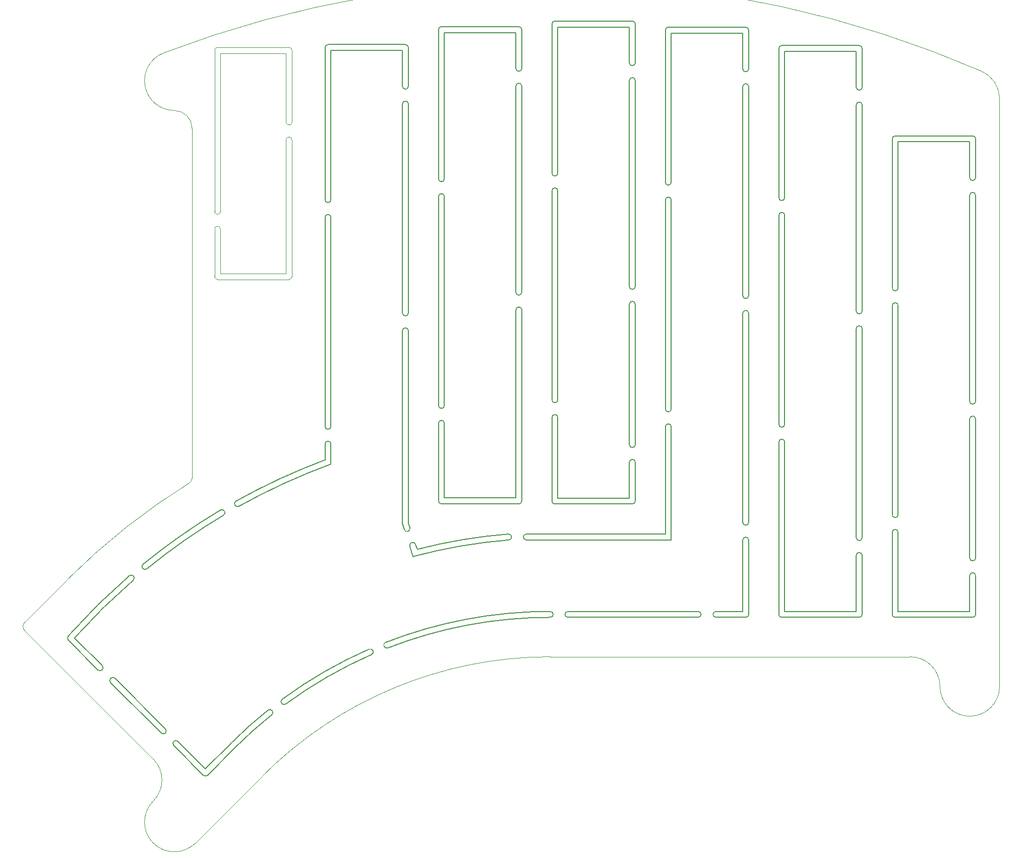
<source format=gm1>
%TF.GenerationSoftware,KiCad,Pcbnew,5.1.12-84ad8e8a86~92~ubuntu20.04.1*%
%TF.CreationDate,2021-11-15T00:08:18+01:00*%
%TF.ProjectId,LergoTopPlate_Rails_LessRouting,4c657267-6f54-46f7-9050-6c6174655f52,v1.A*%
%TF.SameCoordinates,Original*%
%TF.FileFunction,Profile,NP*%
%FSLAX46Y46*%
G04 Gerber Fmt 4.6, Leading zero omitted, Abs format (unit mm)*
G04 Created by KiCad (PCBNEW 5.1.12-84ad8e8a86~92~ubuntu20.04.1) date 2021-11-15 00:08:18*
%MOMM*%
%LPD*%
G01*
G04 APERTURE LIST*
%TA.AperFunction,Profile*%
%ADD10C,0.150000*%
%TD*%
%TA.AperFunction,Profile*%
%ADD11C,0.120000*%
%TD*%
%TA.AperFunction,Profile*%
%ADD12C,0.100000*%
%TD*%
G04 APERTURE END LIST*
D10*
X109488801Y-106456531D02*
G75*
G02*
X124950001Y-99363101I52271580J-93537069D01*
G01*
X124950000Y-96010000D02*
X124950000Y-99363100D01*
X94041185Y-116955419D02*
G75*
G02*
X106891345Y-107957640I67719196J-83038181D01*
G01*
X81869372Y-128588727D02*
X81914940Y-128629455D01*
X81869373Y-128588728D02*
G75*
G02*
X91743051Y-118883782I79891008J-71404872D01*
G01*
X80854279Y-128275902D02*
X80829076Y-128253561D01*
X80829075Y-128253561D02*
G75*
G02*
X91100263Y-118117736I80931306J-71740039D01*
G01*
X93398397Y-116189374D02*
G75*
G02*
X106391345Y-107091614I68361984J-83804226D01*
G01*
X108820353Y-147049587D02*
X108807132Y-147036365D01*
X108113246Y-146342480D02*
X108100165Y-146329398D01*
X134498758Y-130259392D02*
X134492778Y-130244096D01*
X134116008Y-129335327D02*
X134110096Y-129320216D01*
X138215592Y-113191062D02*
X138735517Y-114901706D01*
X138735517Y-114901706D02*
G75*
G02*
X154760001Y-112120001I23024864J-85091894D01*
G01*
X134116008Y-129335327D02*
G75*
G02*
X161760001Y-124120002I27644373J-70658273D01*
G01*
X108100165Y-146329398D02*
G75*
G02*
X114380579Y-140711058I53660216J-53664202D01*
G01*
X116760640Y-138884775D02*
G75*
G02*
X131338459Y-130468267I44999741J-61108825D01*
G01*
X117369401Y-139678128D02*
G75*
G02*
X131721141Y-131392147I44390980J-60315472D01*
G01*
X164760001Y-124120001D02*
X186600000Y-124120000D01*
X108807132Y-147036365D02*
G75*
G02*
X114989341Y-141504412I52953249J-52957235D01*
G01*
X137238888Y-110354506D02*
X136950000Y-109342358D01*
X136950000Y-76960000D02*
X136950000Y-109342358D01*
X139161112Y-112865494D02*
X139444588Y-113682956D01*
X137950000Y-76960000D02*
X137950000Y-109342358D01*
X136950000Y-73960000D02*
X136950000Y-38860000D01*
X137950000Y-38860000D02*
X137950000Y-73960000D01*
X124950000Y-54910000D02*
X124950000Y-35860000D01*
X124950000Y-93010000D02*
X124950000Y-57910000D01*
X123950000Y-96010000D02*
X123950000Y-98666504D01*
X123950000Y-57910000D02*
X123950000Y-93010000D01*
X123950000Y-35860000D02*
X123950000Y-54910000D01*
X182100000Y-93090000D02*
X182100000Y-112120000D01*
X157760000Y-112120000D02*
X182100000Y-112120000D01*
X194100000Y-112140000D02*
X194100000Y-124120000D01*
X189600000Y-124120000D02*
X194100000Y-124120000D01*
X189600000Y-125120000D02*
X194600000Y-125120000D01*
X182100000Y-51990000D02*
X182100000Y-32940000D01*
X182100000Y-90090000D02*
X182100000Y-54990000D01*
X181100000Y-93090000D02*
X181100000Y-111120000D01*
X181100000Y-54990000D02*
X181100000Y-90090000D01*
X181100000Y-32940000D02*
X181100000Y-51990000D01*
X194100000Y-71040000D02*
X194100000Y-35940000D01*
X194100000Y-109140000D02*
X194100000Y-74040000D01*
X195100000Y-112140000D02*
X195100000Y-124620000D01*
X195100000Y-74040000D02*
X195100000Y-109140000D01*
X195100000Y-35940000D02*
X195100000Y-71040000D01*
X157000000Y-73460000D02*
X157000000Y-99050000D01*
X157000000Y-35860000D02*
X157000000Y-70460000D01*
X156000000Y-70460000D02*
X156000000Y-35860000D01*
X156000000Y-99050000D02*
X156000000Y-73460000D01*
X144000000Y-92510000D02*
X144000000Y-99050000D01*
X144000000Y-54410000D02*
X144000000Y-89510000D01*
X144000000Y-32860000D02*
X144000000Y-51410000D01*
X143000000Y-51410000D02*
X143000000Y-32860000D01*
X143000000Y-89510000D02*
X143000000Y-54410000D01*
X143000000Y-99050000D02*
X143000000Y-92510000D01*
X175050000Y-69500000D02*
X175050000Y-34900000D01*
X175050000Y-96070000D02*
X175050000Y-72500000D01*
X176050000Y-72500000D02*
X176050000Y-96070000D01*
X176050000Y-34900000D02*
X176050000Y-69500000D01*
X163050000Y-31900000D02*
X163050000Y-50450000D01*
X162050000Y-50450000D02*
X162050000Y-31900000D01*
X163050000Y-53450000D02*
X163050000Y-88550000D01*
X162050000Y-88550000D02*
X162050000Y-53450000D01*
X163050000Y-91550000D02*
X163050000Y-99070000D01*
X162050000Y-99070000D02*
X162050000Y-91550000D01*
X213150000Y-76620000D02*
X213150000Y-111720000D01*
X213150000Y-39020000D02*
X213150000Y-73620000D01*
X214150000Y-73620000D02*
X214150000Y-39020000D01*
X214150000Y-111720000D02*
X214150000Y-76620000D01*
X214150000Y-118120000D02*
X214150000Y-114720000D01*
X213150000Y-118120000D02*
X213150000Y-114720000D01*
X201150000Y-95670000D02*
X201150000Y-118120000D01*
X201150000Y-57570000D02*
X201150000Y-92670000D01*
X201150000Y-36020000D02*
X201150000Y-54570000D01*
X200150000Y-54570000D02*
X200150000Y-36020000D01*
X200150000Y-92670000D02*
X200150000Y-57570000D01*
X200150000Y-118120000D02*
X200150000Y-95670000D01*
X232200000Y-115120000D02*
X232200000Y-91800000D01*
X233200000Y-88800000D02*
X233200000Y-54200000D01*
X233200000Y-115120000D02*
X233200000Y-91800000D01*
X219200000Y-110850000D02*
X219200000Y-118120000D01*
X219200000Y-72750000D02*
X219200000Y-107850000D01*
X219200000Y-51200000D02*
X219200000Y-69750000D01*
X220200000Y-69750000D02*
X220200000Y-51200000D01*
X220200000Y-107850000D02*
X220200000Y-72750000D01*
X220200000Y-118120000D02*
X220200000Y-110850000D01*
X232200000Y-54200000D02*
X232200000Y-88800000D01*
X137950000Y-109342358D02*
X138184408Y-110028938D01*
X108988753Y-105590419D02*
G75*
G02*
X123950000Y-98666504I52771628J-94403181D01*
G01*
X157760000Y-111120000D02*
X181100000Y-111120000D01*
X195100000Y-124620000D02*
G75*
G02*
X194600000Y-125120000I-500000J0D01*
G01*
X139444588Y-113682956D02*
G75*
G02*
X154760001Y-111120001I22315793J-86310644D01*
G01*
X164760001Y-125120001D02*
X186600000Y-125120000D01*
X134498758Y-130259392D02*
G75*
G02*
X161760001Y-125120001I27261623J-69734208D01*
G01*
D11*
X73524848Y-127344018D02*
G75*
G02*
X73524848Y-125929804I707107J707107D01*
G01*
D12*
X95103365Y-148922535D02*
G75*
G02*
X95103365Y-155993603I-3535534J-3535534D01*
G01*
X102174433Y-163064671D02*
G75*
G02*
X95103365Y-155993603I-3535534J3535534D01*
G01*
X98641295Y-39932170D02*
G75*
G02*
X101614896Y-42905771I0J-2973601D01*
G01*
X98641295Y-39932170D02*
G75*
G02*
X96852971Y-30262004I-2396J4999999D01*
G01*
X222220381Y-131740000D02*
G75*
G02*
X227220381Y-136740000I0J-5000000D01*
G01*
X237220381Y-136740000D02*
G75*
G02*
X227220381Y-136740000I-5000000J0D01*
G01*
X101614896Y-101696929D02*
G75*
G02*
X101143092Y-102545766I-1000000J286D01*
G01*
X101614896Y-42905771D02*
X101614896Y-101696929D01*
X234214126Y-33343544D02*
G75*
G02*
X237220381Y-37928844I-1993745J-4585300D01*
G01*
X96852971Y-30262005D02*
G75*
G02*
X234214126Y-33343544I64907410J-169731595D01*
G01*
X80612709Y-118841943D02*
G75*
G02*
X101143092Y-102545766I81147672J-81151657D01*
G01*
X73524848Y-125929804D02*
X80612709Y-118841943D01*
X95103365Y-148922535D02*
X73524848Y-127344018D01*
X113500343Y-151733562D02*
X102174433Y-163064671D01*
X113500343Y-151733562D02*
G75*
G02*
X161760381Y-131743600I48260038J-48260038D01*
G01*
X161760381Y-131743600D02*
X222220381Y-131740000D01*
X237220381Y-37928844D02*
X237220381Y-136740000D01*
D10*
X87943025Y-136071754D02*
X96428306Y-144557035D01*
X88650132Y-135364647D02*
X97135413Y-143849928D01*
X81914940Y-128629455D02*
X86528811Y-133243327D01*
X99256733Y-145971249D02*
X103870605Y-150585120D01*
X98549627Y-146678355D02*
X103517052Y-151645781D01*
X80854279Y-128983008D02*
X85821705Y-133950433D01*
X104224158Y-151645781D02*
X108820353Y-147049587D01*
X103870605Y-150585120D02*
X108113246Y-146342480D01*
X87943024Y-136071753D02*
G75*
G02*
X88650132Y-135364647I353554J353553D01*
G01*
X86528811Y-133243327D02*
G75*
G02*
X85821705Y-133950433I-353553J-353553D01*
G01*
X98549627Y-146678355D02*
G75*
G02*
X99256733Y-145971249I353553J353553D01*
G01*
X97135414Y-143849929D02*
G75*
G02*
X96428306Y-144557035I-353554J-353553D01*
G01*
X80854280Y-128983009D02*
G75*
G02*
X80854279Y-128275902I353553J353554D01*
G01*
X104224159Y-151645780D02*
G75*
G02*
X103517052Y-151645781I-353554J353553D01*
G01*
X109489420Y-106457639D02*
G75*
G02*
X108989420Y-105591613I-250000J433013D01*
G01*
X106391344Y-107091613D02*
G75*
G02*
X106891344Y-107957639I250000J-433013D01*
G01*
X94041184Y-116955419D02*
G75*
G02*
X93398396Y-116189373I-321394J383023D01*
G01*
X91100262Y-118117735D02*
G75*
G02*
X91743050Y-118883781I321394J-383023D01*
G01*
X131338458Y-130468266D02*
G75*
G02*
X131721140Y-131392146I191341J-461940D01*
G01*
X134492778Y-130244096D02*
G75*
G02*
X134110096Y-129320216I-191341J461940D01*
G01*
X161760001Y-124120001D02*
G75*
G02*
X161760001Y-125120001I0J-500000D01*
G01*
X164760001Y-125120001D02*
G75*
G02*
X164760001Y-124120001I0J500000D01*
G01*
X114380578Y-140711057D02*
G75*
G02*
X114989340Y-141504411I304381J-396677D01*
G01*
X117369400Y-139678127D02*
G75*
G02*
X116760638Y-138884773I-304381J396677D01*
G01*
X124950000Y-93010000D02*
G75*
G02*
X123950000Y-93010000I-500000J0D01*
G01*
X123950000Y-96010000D02*
G75*
G02*
X124950000Y-96010000I500000J0D01*
G01*
X138215592Y-113191062D02*
G75*
G02*
X139161112Y-112865494I472760J162784D01*
G01*
X138184408Y-110028938D02*
G75*
G02*
X137238888Y-110354506I-472760J-162784D01*
G01*
X136950000Y-76960000D02*
G75*
G02*
X137950000Y-76960000I500000J0D01*
G01*
X137950000Y-73960000D02*
G75*
G02*
X136950000Y-73960000I-500000J0D01*
G01*
X124950000Y-54910000D02*
G75*
G02*
X123950000Y-54910000I-500000J0D01*
G01*
X123950000Y-57910000D02*
G75*
G02*
X124950000Y-57910000I500000J0D01*
G01*
X136950000Y-38860000D02*
G75*
G02*
X137950000Y-38860000I500000J0D01*
G01*
X137950000Y-35860000D02*
G75*
G02*
X136950000Y-35860000I-500000J0D01*
G01*
X157760000Y-112120000D02*
G75*
G02*
X157760000Y-111120000I0J500000D01*
G01*
X154760000Y-111120000D02*
G75*
G02*
X154760000Y-112120000I0J-500000D01*
G01*
X186600000Y-124120000D02*
G75*
G02*
X186600000Y-125120000I0J-500000D01*
G01*
X189600000Y-125120000D02*
G75*
G02*
X189600000Y-124120000I0J500000D01*
G01*
X182100000Y-90090000D02*
G75*
G02*
X181100000Y-90090000I-500000J0D01*
G01*
X181100000Y-93090000D02*
G75*
G02*
X182100000Y-93090000I500000J0D01*
G01*
X194100000Y-112140000D02*
G75*
G02*
X195100000Y-112140000I500000J0D01*
G01*
X195100000Y-109140000D02*
G75*
G02*
X194100000Y-109140000I-500000J0D01*
G01*
X194100000Y-74040000D02*
G75*
G02*
X195100000Y-74040000I500000J0D01*
G01*
X195100000Y-71040000D02*
G75*
G02*
X194100000Y-71040000I-500000J0D01*
G01*
X182100000Y-51990000D02*
G75*
G02*
X181100000Y-51990000I-500000J0D01*
G01*
X181100000Y-54990000D02*
G75*
G02*
X182100000Y-54990000I500000J0D01*
G01*
X194100000Y-35940000D02*
G75*
G02*
X195100000Y-35940000I500000J0D01*
G01*
X195100000Y-32940000D02*
G75*
G02*
X194100000Y-32940000I-500000J0D01*
G01*
X144000000Y-89510000D02*
G75*
G02*
X143000000Y-89510000I-500000J0D01*
G01*
X143000000Y-92510000D02*
G75*
G02*
X144000000Y-92510000I500000J0D01*
G01*
X156000000Y-73460000D02*
G75*
G02*
X157000000Y-73460000I500000J0D01*
G01*
X157000000Y-70460000D02*
G75*
G02*
X156000000Y-70460000I-500000J0D01*
G01*
X144000000Y-51410000D02*
G75*
G02*
X143000000Y-51410000I-500000J0D01*
G01*
X143000000Y-54410000D02*
G75*
G02*
X144000000Y-54410000I500000J0D01*
G01*
X156000000Y-35860000D02*
G75*
G02*
X157000000Y-35860000I500000J0D01*
G01*
X157000000Y-32860000D02*
G75*
G02*
X156000000Y-32860000I-500000J0D01*
G01*
X163050000Y-88550000D02*
G75*
G02*
X162050000Y-88550000I-500000J0D01*
G01*
X162050000Y-91550000D02*
G75*
G02*
X163050000Y-91550000I500000J0D01*
G01*
X175050000Y-99070000D02*
G75*
G02*
X176050000Y-99070000I500000J0D01*
G01*
X176050000Y-96070000D02*
G75*
G02*
X175050000Y-96070000I-500000J0D01*
G01*
X175050000Y-72500000D02*
G75*
G02*
X176050000Y-72500000I500000J0D01*
G01*
X176050000Y-69500000D02*
G75*
G02*
X175050000Y-69500000I-500000J0D01*
G01*
X163050000Y-50450000D02*
G75*
G02*
X162050000Y-50450000I-500000J0D01*
G01*
X162050000Y-53450000D02*
G75*
G02*
X163050000Y-53450000I500000J0D01*
G01*
X175050000Y-34900000D02*
G75*
G02*
X176050000Y-34900000I500000J0D01*
G01*
X176050000Y-31900000D02*
G75*
G02*
X175050000Y-31900000I-500000J0D01*
G01*
X201150000Y-92670000D02*
G75*
G02*
X200150000Y-92670000I-500000J0D01*
G01*
X200150000Y-95670000D02*
G75*
G02*
X201150000Y-95670000I500000J0D01*
G01*
X201150000Y-54570000D02*
G75*
G02*
X200150000Y-54570000I-500000J0D01*
G01*
X200150000Y-57570000D02*
G75*
G02*
X201150000Y-57570000I500000J0D01*
G01*
X213150000Y-114720000D02*
G75*
G02*
X214150000Y-114720000I500000J0D01*
G01*
X214150000Y-111720000D02*
G75*
G02*
X213150000Y-111720000I-500000J0D01*
G01*
X213150000Y-76620000D02*
G75*
G02*
X214150000Y-76620000I500000J0D01*
G01*
X214150000Y-73620000D02*
G75*
G02*
X213150000Y-73620000I-500000J0D01*
G01*
X213150000Y-39020000D02*
G75*
G02*
X214150000Y-39020000I500000J0D01*
G01*
X214150000Y-36020000D02*
G75*
G02*
X213150000Y-36020000I-500000J0D01*
G01*
X232200000Y-118120000D02*
G75*
G02*
X233200000Y-118120000I500000J0D01*
G01*
X233200000Y-115120000D02*
G75*
G02*
X232200000Y-115120000I-500000J0D01*
G01*
X220200000Y-107850000D02*
G75*
G02*
X219200000Y-107850000I-500000J0D01*
G01*
X219200000Y-110850000D02*
G75*
G02*
X220200000Y-110850000I500000J0D01*
G01*
X220200000Y-69750000D02*
G75*
G02*
X219200000Y-69750000I-500000J0D01*
G01*
X219200000Y-72750000D02*
G75*
G02*
X220200000Y-72750000I500000J0D01*
G01*
X232200000Y-91800000D02*
G75*
G02*
X233200000Y-91800000I500000J0D01*
G01*
X233200000Y-88800000D02*
G75*
G02*
X232200000Y-88800000I-500000J0D01*
G01*
X232200000Y-54200000D02*
G75*
G02*
X233200000Y-54200000I500000J0D01*
G01*
X233200000Y-51200000D02*
G75*
G02*
X232200000Y-51200000I-500000J0D01*
G01*
D11*
X117400000Y-67327500D02*
X106400000Y-67327500D01*
X106400000Y-67327500D02*
X106400000Y-59887500D01*
X117400000Y-30327500D02*
X117400000Y-41887500D01*
X106400000Y-30327500D02*
X117400000Y-30327500D01*
X105900000Y-29327500D02*
X117900000Y-29327500D01*
X118400000Y-44887500D02*
X118400000Y-67827500D01*
X117900000Y-68327500D02*
X105900000Y-68327500D01*
X105400000Y-67827500D02*
X105400000Y-59887500D01*
X106400000Y-56887500D02*
X106400000Y-30327500D01*
X105400000Y-56887500D02*
X105400000Y-29827500D01*
X118400000Y-29827500D02*
X118400000Y-41887500D01*
X117400000Y-44887500D02*
X117400000Y-67327500D01*
X117400000Y-44887500D02*
G75*
G02*
X118400000Y-44887500I500000J0D01*
G01*
X118400000Y-41887500D02*
G75*
G02*
X117400000Y-41887500I-500000J0D01*
G01*
X105400000Y-59887500D02*
G75*
G02*
X106400000Y-59887500I500000J0D01*
G01*
X106400000Y-56887500D02*
G75*
G02*
X105400000Y-56887500I-500000J0D01*
G01*
X117900000Y-29327500D02*
G75*
G02*
X118400000Y-29827500I0J-500000D01*
G01*
X105400000Y-29827500D02*
G75*
G02*
X105900000Y-29327500I500000J0D01*
G01*
X105900000Y-68327500D02*
G75*
G02*
X105400000Y-67827500I0J500000D01*
G01*
X118400000Y-67827500D02*
G75*
G02*
X117900000Y-68327500I-500000J0D01*
G01*
D10*
X157000000Y-105550000D02*
X157000000Y-99050000D01*
X143000000Y-99050000D02*
X143000000Y-105550000D01*
X143500000Y-106050000D02*
X156500000Y-106050000D01*
X144000000Y-105050000D02*
X156000000Y-105050000D01*
X156000000Y-105050000D02*
X156000000Y-99050000D01*
X144000000Y-99050000D02*
X144000000Y-105050000D01*
X157000000Y-105550000D02*
G75*
G02*
X156500000Y-106050000I-500000J0D01*
G01*
X143500000Y-106050000D02*
G75*
G02*
X143000000Y-105550000I0J500000D01*
G01*
X123950000Y-29360000D02*
X123950000Y-35860000D01*
X137950000Y-35860000D02*
X137950000Y-29360000D01*
X137450000Y-28860000D02*
X124450000Y-28860000D01*
X136950000Y-29860000D02*
X124950000Y-29860000D01*
X124950000Y-29860000D02*
X124950000Y-35860000D01*
X136950000Y-35860000D02*
X136950000Y-29860000D01*
X123950000Y-29360000D02*
G75*
G02*
X124450000Y-28860000I500000J0D01*
G01*
X137450000Y-28860000D02*
G75*
G02*
X137950000Y-29360000I0J-500000D01*
G01*
X200150000Y-29520000D02*
X200150000Y-36020000D01*
X214150000Y-36020000D02*
X214150000Y-29520000D01*
X213650000Y-29020000D02*
X200650000Y-29020000D01*
X213150000Y-30020000D02*
X201150000Y-30020000D01*
X201150000Y-30020000D02*
X201150000Y-36020000D01*
X213150000Y-36020000D02*
X213150000Y-30020000D01*
X200150000Y-29520000D02*
G75*
G02*
X200650000Y-29020000I500000J0D01*
G01*
X213650000Y-29020000D02*
G75*
G02*
X214150000Y-29520000I0J-500000D01*
G01*
X181100000Y-26440000D02*
X181100000Y-32940000D01*
X195100000Y-32940000D02*
X195100000Y-26440000D01*
X194600000Y-25940000D02*
X181600000Y-25940000D01*
X194100000Y-26940000D02*
X182100000Y-26940000D01*
X182100000Y-26940000D02*
X182100000Y-32940000D01*
X194100000Y-32940000D02*
X194100000Y-26940000D01*
X181100000Y-26440000D02*
G75*
G02*
X181600000Y-25940000I500000J0D01*
G01*
X194600000Y-25940000D02*
G75*
G02*
X195100000Y-26440000I0J-500000D01*
G01*
X162050000Y-25400000D02*
X162050000Y-31900000D01*
X176050000Y-31900000D02*
X176050000Y-25400000D01*
X175550000Y-24900000D02*
X162550000Y-24900000D01*
X175050000Y-25900000D02*
X163050000Y-25900000D01*
X163050000Y-25900000D02*
X163050000Y-31900000D01*
X175050000Y-31900000D02*
X175050000Y-25900000D01*
X162050000Y-25400000D02*
G75*
G02*
X162550000Y-24900000I500000J0D01*
G01*
X175550000Y-24900000D02*
G75*
G02*
X176050000Y-25400000I0J-500000D01*
G01*
X176050000Y-105570000D02*
X176050000Y-99070000D01*
X162050000Y-99070000D02*
X162050000Y-105570000D01*
X162550000Y-106070000D02*
X175550000Y-106070000D01*
X163050000Y-105070000D02*
X175050000Y-105070000D01*
X175050000Y-105070000D02*
X175050000Y-99070000D01*
X163050000Y-99070000D02*
X163050000Y-105070000D01*
X176050000Y-105570000D02*
G75*
G02*
X175550000Y-106070000I-500000J0D01*
G01*
X162550000Y-106070000D02*
G75*
G02*
X162050000Y-105570000I0J500000D01*
G01*
X143000000Y-26360000D02*
X143000000Y-32860000D01*
X157000000Y-32860000D02*
X157000000Y-26360000D01*
X156500000Y-25860000D02*
X143500000Y-25860000D01*
X156000000Y-26860000D02*
X144000000Y-26860000D01*
X144000000Y-26860000D02*
X144000000Y-32860000D01*
X156000000Y-32860000D02*
X156000000Y-26860000D01*
X143000000Y-26360000D02*
G75*
G02*
X143500000Y-25860000I500000J0D01*
G01*
X156500000Y-25860000D02*
G75*
G02*
X157000000Y-26360000I0J-500000D01*
G01*
X219200000Y-44700000D02*
X219200000Y-51200000D01*
X233200000Y-51200000D02*
X233200000Y-44700000D01*
X232700000Y-44200000D02*
X219700000Y-44200000D01*
X232200000Y-45200000D02*
X220200000Y-45200000D01*
X220200000Y-45200000D02*
X220200000Y-51200000D01*
X232200000Y-51200000D02*
X232200000Y-45200000D01*
X219200000Y-44700000D02*
G75*
G02*
X219700000Y-44200000I500000J0D01*
G01*
X232700000Y-44200000D02*
G75*
G02*
X233200000Y-44700000I0J-500000D01*
G01*
X233200000Y-124620000D02*
X233200000Y-118120000D01*
X219200000Y-118120000D02*
X219200000Y-124620000D01*
X219700000Y-125120000D02*
X232700000Y-125120000D01*
X220200000Y-124120000D02*
X232200000Y-124120000D01*
X232200000Y-124120000D02*
X232200000Y-118120000D01*
X220200000Y-118120000D02*
X220200000Y-124120000D01*
X233200000Y-124620000D02*
G75*
G02*
X232700000Y-125120000I-500000J0D01*
G01*
X219700000Y-125120000D02*
G75*
G02*
X219200000Y-124620000I0J500000D01*
G01*
X214150000Y-124620000D02*
X214150000Y-118120000D01*
X200150000Y-118120000D02*
X200150000Y-124620000D01*
X200650000Y-125120000D02*
X213650000Y-125120000D01*
X201150000Y-124120000D02*
X213150000Y-124120000D01*
X213150000Y-124120000D02*
X213150000Y-118120000D01*
X201150000Y-118120000D02*
X201150000Y-124120000D01*
X214150000Y-124620000D02*
G75*
G02*
X213650000Y-125120000I-500000J0D01*
G01*
X200650000Y-125120000D02*
G75*
G02*
X200150000Y-124620000I0J500000D01*
G01*
M02*

</source>
